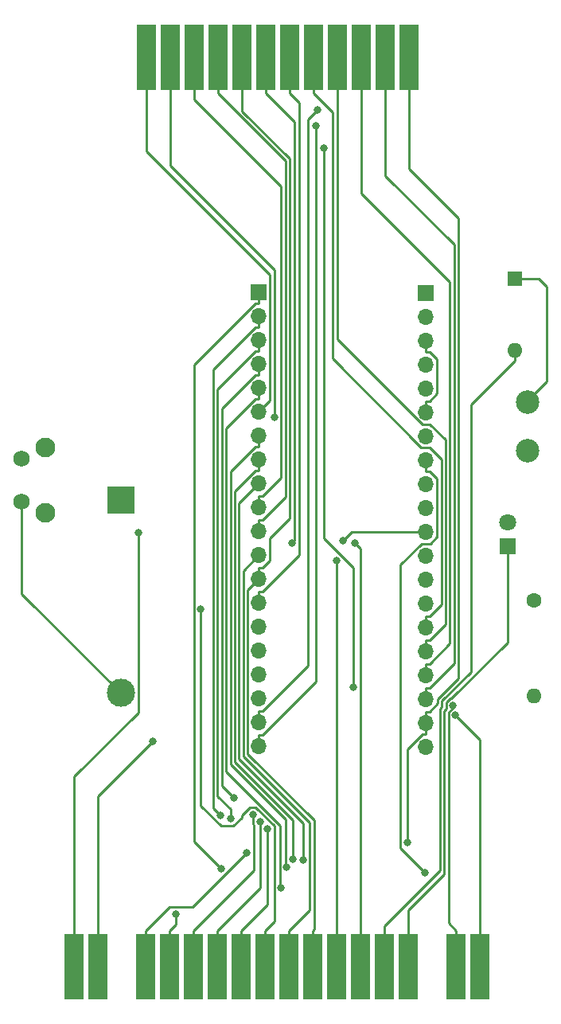
<source format=gbr>
%TF.GenerationSoftware,KiCad,Pcbnew,8.0.6*%
%TF.CreationDate,2024-11-26T16:01:51+01:00*%
%TF.ProjectId,PicoA10400,5069636f-4131-4303-9430-302e6b696361,rev?*%
%TF.SameCoordinates,Original*%
%TF.FileFunction,Copper,L1,Top*%
%TF.FilePolarity,Positive*%
%FSLAX46Y46*%
G04 Gerber Fmt 4.6, Leading zero omitted, Abs format (unit mm)*
G04 Created by KiCad (PCBNEW 8.0.6) date 2024-11-26 16:01:51*
%MOMM*%
%LPD*%
G01*
G04 APERTURE LIST*
%TA.AperFunction,ComponentPad*%
%ADD10C,2.500000*%
%TD*%
%TA.AperFunction,ComponentPad*%
%ADD11R,1.600000X1.600000*%
%TD*%
%TA.AperFunction,ComponentPad*%
%ADD12O,1.600000X1.600000*%
%TD*%
%TA.AperFunction,ComponentPad*%
%ADD13C,1.600000*%
%TD*%
%TA.AperFunction,ComponentPad*%
%ADD14R,3.000000X3.000000*%
%TD*%
%TA.AperFunction,ComponentPad*%
%ADD15C,3.000000*%
%TD*%
%TA.AperFunction,ComponentPad*%
%ADD16R,1.700000X1.700000*%
%TD*%
%TA.AperFunction,ComponentPad*%
%ADD17O,1.700000X1.700000*%
%TD*%
%TA.AperFunction,ConnectorPad*%
%ADD18R,2.000000X7.000000*%
%TD*%
%TA.AperFunction,ComponentPad*%
%ADD19C,2.100000*%
%TD*%
%TA.AperFunction,ComponentPad*%
%ADD20C,1.750000*%
%TD*%
%TA.AperFunction,ComponentPad*%
%ADD21R,1.800000X1.800000*%
%TD*%
%TA.AperFunction,ComponentPad*%
%ADD22C,1.800000*%
%TD*%
%TA.AperFunction,ViaPad*%
%ADD23C,0.800000*%
%TD*%
%TA.AperFunction,Conductor*%
%ADD24C,0.250000*%
%TD*%
G04 APERTURE END LIST*
D10*
%TO.P,TP2,1,1*%
%TO.N,Net-(D1-K)*%
X131630000Y-140685000D03*
%TD*%
%TO.P,TP1,1,1*%
%TO.N,Net-(C1-Pad1)*%
X131630000Y-145875000D03*
%TD*%
D11*
%TO.P,D1,1,K*%
%TO.N,Net-(D1-K)*%
X130290000Y-127535000D03*
D12*
%TO.P,D1,2,A*%
%TO.N,+5V*%
X130290000Y-135155000D03*
%TD*%
D13*
%TO.P,R1,1*%
%TO.N,Net-(D2-A)*%
X132340000Y-161725000D03*
D12*
%TO.P,R1,2*%
%TO.N,Net-(J2-Pin_5)*%
X132340000Y-171885000D03*
%TD*%
D14*
%TO.P,C1,1*%
%TO.N,Net-(C1-Pad1)*%
X88390000Y-151120000D03*
D15*
%TO.P,C1,2*%
%TO.N,GND*%
X88390000Y-171610000D03*
%TD*%
D16*
%TO.P,J2,1,Pin_1*%
%TO.N,unconnected-(J2-Pin_1-Pad1)*%
X120865000Y-129050000D03*
D17*
%TO.P,J2,2,Pin_2*%
%TO.N,Net-(D1-K)*%
X120865000Y-131590000D03*
%TO.P,J2,3,Pin_3*%
%TO.N,GND*%
X120865000Y-134130000D03*
%TO.P,J2,4,Pin_4*%
%TO.N,unconnected-(J2-Pin_4-Pad4)*%
X120865000Y-136670000D03*
%TO.P,J2,5,Pin_5*%
%TO.N,Net-(J2-Pin_5)*%
X120865000Y-139210000D03*
%TO.P,J2,6,Pin_6*%
%TO.N,GND*%
X120865000Y-141750000D03*
%TO.P,J2,7,Pin_7*%
%TO.N,RST*%
X120865000Y-144290000D03*
%TO.P,J2,8,Pin_8*%
%TO.N,ExtAudio*%
X120865000Y-146830000D03*
%TO.P,J2,9,Pin_9*%
%TO.N,IRQ*%
X120865000Y-149370000D03*
%TO.P,J2,10,Pin_10*%
%TO.N,Clk*%
X120865000Y-151910000D03*
%TO.P,J2,11,Pin_11*%
%TO.N,RW*%
X120865000Y-154450000D03*
%TO.P,J2,12,Pin_12*%
%TO.N,GND*%
X120865000Y-156990000D03*
%TO.P,J2,13,Pin_13*%
%TO.N,unconnected-(J2-Pin_13-Pad13)*%
X120865000Y-159530000D03*
%TO.P,J2,14,Pin_14*%
%TO.N,Halt*%
X120865000Y-162070000D03*
%TO.P,J2,15,Pin_15*%
%TO.N,/D7*%
X120865000Y-164610000D03*
%TO.P,J2,16,Pin_16*%
%TO.N,/D6*%
X120865000Y-167150000D03*
%TO.P,J2,17,Pin_17*%
%TO.N,/D5*%
X120865000Y-169690000D03*
%TO.P,J2,18,Pin_18*%
%TO.N,/D4*%
X120865000Y-172230000D03*
%TO.P,J2,19,Pin_19*%
%TO.N,/D3*%
X120865000Y-174770000D03*
%TO.P,J2,20,Pin_20*%
%TO.N,/D2*%
X120865000Y-177310000D03*
%TD*%
D16*
%TO.P,J1,1,Pin_1*%
%TO.N,/A0*%
X103065000Y-129015000D03*
D17*
%TO.P,J1,2,Pin_2*%
%TO.N,/A1*%
X103065000Y-131555000D03*
%TO.P,J1,3,Pin_3*%
%TO.N,/A2*%
X103065000Y-134095000D03*
%TO.P,J1,4,Pin_4*%
%TO.N,/A3*%
X103065000Y-136635000D03*
%TO.P,J1,5,Pin_5*%
%TO.N,/A4*%
X103065000Y-139175000D03*
%TO.P,J1,6,Pin_6*%
%TO.N,GND*%
X103065000Y-141715000D03*
%TO.P,J1,7,Pin_7*%
%TO.N,/A5*%
X103065000Y-144255000D03*
%TO.P,J1,8,Pin_8*%
%TO.N,/A6*%
X103065000Y-146795000D03*
%TO.P,J1,9,Pin_9*%
%TO.N,/A7*%
X103065000Y-149335000D03*
%TO.P,J1,10,Pin_10*%
%TO.N,/A8*%
X103065000Y-151875000D03*
%TO.P,J1,11,Pin_11*%
%TO.N,/A9*%
X103065000Y-154415000D03*
%TO.P,J1,12,Pin_12*%
%TO.N,/A10*%
X103065000Y-156955000D03*
%TO.P,J1,13,Pin_13*%
%TO.N,/A11*%
X103065000Y-159495000D03*
%TO.P,J1,14,Pin_14*%
%TO.N,/A12*%
X103065000Y-162035000D03*
%TO.P,J1,15,Pin_15*%
%TO.N,GND*%
X103065000Y-164575000D03*
%TO.P,J1,16,Pin_16*%
%TO.N,/A13*%
X103065000Y-167115000D03*
%TO.P,J1,17,Pin_17*%
%TO.N,/A14*%
X103065000Y-169655000D03*
%TO.P,J1,18,Pin_18*%
%TO.N,/A15*%
X103065000Y-172195000D03*
%TO.P,J1,19,Pin_19*%
%TO.N,/D0*%
X103065000Y-174735000D03*
%TO.P,J1,20,Pin_20*%
%TO.N,/D1*%
X103065000Y-177275000D03*
%TD*%
D18*
%TO.P,U1,1,D3*%
%TO.N,/D3*%
X119070000Y-104000000D03*
%TO.P,U1,2,D4*%
%TO.N,/D4*%
X116530000Y-104000000D03*
%TO.P,U1,3,D5*%
%TO.N,/D5*%
X113990000Y-104000000D03*
%TO.P,U1,4,D6*%
%TO.N,/D6*%
X111450000Y-104000000D03*
%TO.P,U1,5,D7*%
%TO.N,/D7*%
X108910000Y-104000000D03*
%TO.P,U1,6,A12*%
%TO.N,/A12*%
X106370000Y-104000000D03*
%TO.P,U1,7,A10*%
%TO.N,/A10*%
X103830000Y-104000000D03*
%TO.P,U1,8,A11*%
%TO.N,/A11*%
X101290000Y-104000000D03*
%TO.P,U1,9,A9*%
%TO.N,/A9*%
X98750000Y-104000000D03*
%TO.P,U1,10,A8*%
%TO.N,/A8*%
X96210000Y-104000000D03*
%TO.P,U1,11,+5V*%
%TO.N,+5V*%
X93670000Y-104000000D03*
%TO.P,U1,12,GND*%
%TO.N,GND*%
X91130000Y-104000000D03*
%TD*%
%TO.P,U2,1,RW*%
%TO.N,RW*%
X83410000Y-200700000D03*
%TO.P,U2,2,Halt*%
%TO.N,Halt*%
X85950000Y-200700000D03*
%TO.P,U2,3,D3*%
%TO.N,/D3*%
X91030000Y-200700000D03*
%TO.P,U2,4,D4*%
%TO.N,/D4*%
X93570000Y-200700000D03*
%TO.P,U2,5,D5*%
%TO.N,/D5*%
X96110000Y-200700000D03*
%TO.P,U2,6,D6*%
%TO.N,/D6*%
X98650000Y-200700000D03*
%TO.P,U2,7,D7*%
%TO.N,/D7*%
X101190000Y-200700000D03*
%TO.P,U2,8,A12*%
%TO.N,/A12*%
X103730000Y-200700000D03*
%TO.P,U2,9,A10*%
%TO.N,/A10*%
X106270000Y-200700000D03*
%TO.P,U2,10,A11*%
%TO.N,/A11*%
X108810000Y-200700000D03*
%TO.P,U2,11,A9*%
%TO.N,/A9*%
X111350000Y-200700000D03*
%TO.P,U2,12,A8*%
%TO.N,/A8*%
X113890000Y-200700000D03*
%TO.P,U2,13,+5V*%
%TO.N,+5V*%
X116430000Y-200700000D03*
%TO.P,U2,14,GND*%
%TO.N,GND*%
X118970000Y-200700000D03*
%TO.P,U2,15,A13*%
%TO.N,/A13*%
X124050000Y-200700000D03*
%TO.P,U2,16,A14*%
%TO.N,/A14*%
X126590000Y-200700000D03*
%TD*%
D19*
%TO.P,SW1,*%
%TO.N,*%
X80320000Y-152465000D03*
X80320000Y-145455000D03*
D20*
%TO.P,SW1,1,1*%
%TO.N,GND*%
X77830000Y-151215000D03*
%TO.P,SW1,2,2*%
%TO.N,RST*%
X77830000Y-146715000D03*
%TD*%
D21*
%TO.P,D2,1,K*%
%TO.N,GND*%
X129515000Y-156010000D03*
D22*
%TO.P,D2,2,A*%
%TO.N,Net-(D2-A)*%
X129515000Y-153470000D03*
%TD*%
D23*
%TO.N,+5V*%
X104733800Y-142252200D03*
%TO.N,/A9*%
X111350000Y-157524100D03*
%TO.N,/D3*%
X101811400Y-188624900D03*
X118896400Y-187512500D03*
%TO.N,/D4*%
X94256300Y-195104800D03*
%TO.N,/D5*%
X102415300Y-184497000D03*
%TO.N,/D6*%
X103196400Y-185278100D03*
%TO.N,/D7*%
X103985200Y-186061300D03*
%TO.N,/A12*%
X96886300Y-162641600D03*
%TO.N,/A10*%
X106611300Y-155643200D03*
%TO.N,/A8*%
X113251200Y-155627000D03*
%TO.N,/A14*%
X123976300Y-173966700D03*
%TO.N,/A7*%
X107769000Y-189350500D03*
%TO.N,/A6*%
X106683000Y-189292100D03*
%TO.N,/A5*%
X106044700Y-190102300D03*
%TO.N,/A4*%
X105458100Y-192321900D03*
%TO.N,/A3*%
X100458000Y-182757200D03*
%TO.N,/A2*%
X100059900Y-184971200D03*
%TO.N,/A1*%
X99011000Y-184638300D03*
%TO.N,/A0*%
X99043400Y-190307700D03*
%TO.N,/D0*%
X109340500Y-109568600D03*
%TO.N,/D1*%
X109182300Y-111299200D03*
%TO.N,/D2*%
X109980500Y-113636800D03*
X113145000Y-170999900D03*
%TO.N,/A13*%
X123740000Y-172927900D03*
%TO.N,ExtAudio*%
X120756600Y-190685400D03*
%TO.N,Halt*%
X91787700Y-176717100D03*
%TO.N,RW*%
X112004000Y-155407500D03*
X90258500Y-154517400D03*
%TD*%
D24*
%TO.N,Net-(D1-K)*%
X133730000Y-128415000D02*
X133730000Y-138465000D01*
X130290000Y-127535000D02*
X132850000Y-127535000D01*
X133730000Y-138465000D02*
X131580000Y-140615000D01*
X132850000Y-127535000D02*
X133730000Y-128415000D01*
%TO.N,GND*%
X120865000Y-140573300D02*
X121232700Y-140573300D01*
X123439100Y-172201200D02*
X123013300Y-172627000D01*
X118970000Y-194665000D02*
X118970000Y-200700000D01*
X120865000Y-134130000D02*
X120865000Y-135306700D01*
X122041700Y-139764300D02*
X122041700Y-136115600D01*
X123545700Y-172201200D02*
X123439100Y-172201200D01*
X120865000Y-141750000D02*
X120865000Y-140573300D01*
X123013300Y-173263200D02*
X122797100Y-173479400D01*
X77825000Y-161045000D02*
X77825000Y-151220000D01*
X104242300Y-140537700D02*
X103065000Y-141715000D01*
X104242300Y-127117100D02*
X104242300Y-140537700D01*
X129515000Y-166231900D02*
X123545700Y-172201200D01*
X88390000Y-171610000D02*
X77825000Y-161045000D01*
X122797100Y-173479400D02*
X122797100Y-190837900D01*
X123013300Y-172627000D02*
X123013300Y-173263200D01*
X121232800Y-135306700D02*
X120865000Y-135306700D01*
X91130000Y-114004800D02*
X104242300Y-127117100D01*
X121232700Y-140573300D02*
X122041700Y-139764300D01*
X129515000Y-156010000D02*
X129515000Y-166231900D01*
X91130000Y-104000000D02*
X91130000Y-114004800D01*
X122041700Y-136115600D02*
X121232800Y-135306700D01*
X122797100Y-190837900D02*
X118970000Y-194665000D01*
%TO.N,+5V*%
X122345400Y-190454900D02*
X122345400Y-173292300D01*
X93670000Y-104000000D02*
X93670000Y-115552100D01*
X122561600Y-173076100D02*
X122561600Y-172439900D01*
X104733800Y-126615900D02*
X104733800Y-142252200D01*
X125656800Y-140914900D02*
X130290000Y-136281700D01*
X122561600Y-172439900D02*
X125656800Y-169344700D01*
X93670000Y-115552100D02*
X104733800Y-126615900D01*
X125656800Y-169344700D02*
X125656800Y-140914900D01*
X122345400Y-173292300D02*
X122561600Y-173076100D01*
X116430000Y-196370300D02*
X122345400Y-190454900D01*
X130290000Y-135155000D02*
X130290000Y-136281700D01*
X116430000Y-200700000D02*
X116430000Y-196370300D01*
%TO.N,/A9*%
X111350000Y-196873300D02*
X111350000Y-157524100D01*
X103430900Y-153238300D02*
X103065000Y-153238300D01*
X111350000Y-200700000D02*
X111350000Y-196873300D01*
X103065000Y-154415000D02*
X103065000Y-153238300D01*
X105912300Y-114989000D02*
X105912300Y-150756900D01*
X98750000Y-107826700D02*
X105912300Y-114989000D01*
X105912300Y-150756900D02*
X103430900Y-153238300D01*
X98750000Y-104000000D02*
X98750000Y-107826700D01*
%TO.N,/D3*%
X124316700Y-121095000D02*
X124316700Y-170019900D01*
X122109900Y-172711800D02*
X121228400Y-173593300D01*
X101811400Y-188624900D02*
X96058200Y-194378100D01*
X120865000Y-174770000D02*
X120865000Y-173593300D01*
X118896400Y-177547600D02*
X118896400Y-187512500D01*
X96058200Y-194378100D02*
X93525200Y-194378100D01*
X120865000Y-174770000D02*
X120865000Y-175946700D01*
X121228400Y-173593300D02*
X120865000Y-173593300D01*
X91030000Y-200700000D02*
X91030000Y-196873300D01*
X119070000Y-107826700D02*
X119070000Y-115848300D01*
X122109900Y-172226700D02*
X122109900Y-172711800D01*
X119070000Y-104000000D02*
X119070000Y-107826700D01*
X120865000Y-175946700D02*
X120497300Y-175946700D01*
X119070000Y-115848300D02*
X124316700Y-121095000D01*
X120497300Y-175946700D02*
X118896400Y-177547600D01*
X124316700Y-170019900D02*
X122109900Y-172226700D01*
X93525200Y-194378100D02*
X91030000Y-196873300D01*
%TO.N,/D4*%
X93570000Y-200700000D02*
X93570000Y-196873300D01*
X116530000Y-116609700D02*
X116530000Y-104000000D01*
X120865000Y-171053300D02*
X121232700Y-171053300D01*
X94256300Y-196187000D02*
X94256300Y-195104800D01*
X123854500Y-168431500D02*
X123854500Y-123934200D01*
X120865000Y-172230000D02*
X120865000Y-171053300D01*
X121232700Y-171053300D02*
X123854500Y-168431500D01*
X93570000Y-196873300D02*
X94256300Y-196187000D01*
X123854500Y-123934200D02*
X116530000Y-116609700D01*
%TO.N,/D5*%
X120865000Y-168513300D02*
X121232700Y-168513300D01*
X96110000Y-200700000D02*
X96110000Y-196873300D01*
X102541300Y-190442000D02*
X96110000Y-196873300D01*
X102415300Y-185524600D02*
X102541300Y-185650600D01*
X102541300Y-185650600D02*
X102541300Y-190442000D01*
X113990000Y-118506600D02*
X113990000Y-104000000D01*
X121232700Y-168513300D02*
X123402800Y-166343200D01*
X102415300Y-184497000D02*
X102415300Y-185524600D01*
X123402800Y-127919400D02*
X113990000Y-118506600D01*
X123402800Y-166343200D02*
X123402800Y-127919400D01*
X120865000Y-169690000D02*
X120865000Y-168513300D01*
%TO.N,/D6*%
X98650000Y-200700000D02*
X98650000Y-196873300D01*
X111450100Y-107826700D02*
X111450000Y-107826700D01*
X121293800Y-143020000D02*
X120469100Y-143020000D01*
X111450100Y-134001000D02*
X111450100Y-107826700D01*
X103196400Y-185278100D02*
X103196400Y-192326900D01*
X122951100Y-164255000D02*
X122951100Y-144677300D01*
X120865000Y-165973300D02*
X121232800Y-165973300D01*
X122951100Y-144677300D02*
X121293800Y-143020000D01*
X121232800Y-165973300D02*
X122951100Y-164255000D01*
X120469100Y-143020000D02*
X111450100Y-134001000D01*
X120865000Y-167150000D02*
X120865000Y-165973300D01*
X103196400Y-192326900D02*
X98650000Y-196873300D01*
X111450000Y-104000000D02*
X111450000Y-107826700D01*
%TO.N,/D7*%
X103985200Y-194078100D02*
X103985200Y-186061300D01*
X121218200Y-145480300D02*
X120342800Y-145480300D01*
X122499400Y-146761500D02*
X121218200Y-145480300D01*
X110906700Y-109823400D02*
X108910000Y-107826700D01*
X120865000Y-164610000D02*
X120865000Y-163433300D01*
X122499400Y-162166600D02*
X122499400Y-146761500D01*
X101190000Y-196873300D02*
X103985200Y-194078100D01*
X121232700Y-163433300D02*
X122499400Y-162166600D01*
X120342800Y-145480300D02*
X110906700Y-136044200D01*
X101190000Y-200700000D02*
X101190000Y-196873300D01*
X120865000Y-163433300D02*
X121232700Y-163433300D01*
X110906700Y-136044200D02*
X110906700Y-109823400D01*
X108910000Y-104000000D02*
X108910000Y-107826700D01*
%TO.N,/A12*%
X96886300Y-162641600D02*
X96886300Y-183552700D01*
X99037600Y-185704000D02*
X100373700Y-185704000D01*
X103065000Y-162035000D02*
X103065000Y-160858300D01*
X103730000Y-200700000D02*
X103730000Y-196873300D01*
X103443800Y-160858300D02*
X107340700Y-156961400D01*
X102705200Y-183729200D02*
X104713500Y-185737500D01*
X102088500Y-183729200D02*
X102705200Y-183729200D01*
X101228700Y-184849000D02*
X101228700Y-184589000D01*
X101228700Y-184589000D02*
X102088500Y-183729200D01*
X107340700Y-156961400D02*
X107340700Y-108797400D01*
X107340700Y-108797400D02*
X106370000Y-107826700D01*
X106370000Y-104000000D02*
X106370000Y-107826700D01*
X104713500Y-185737500D02*
X104713500Y-195889800D01*
X96886300Y-183552700D02*
X99037600Y-185704000D01*
X103065000Y-160858300D02*
X103443800Y-160858300D01*
X104713500Y-195889800D02*
X103730000Y-196873300D01*
X100373700Y-185704000D02*
X101228700Y-184849000D01*
%TO.N,/A10*%
X108495700Y-185394200D02*
X101416700Y-178315200D01*
X101416700Y-178315200D02*
X101416700Y-158603300D01*
X106835700Y-110832400D02*
X103830000Y-107826700D01*
X103830000Y-104000000D02*
X103830000Y-107826700D01*
X106835700Y-155418800D02*
X106835700Y-110832400D01*
X101416700Y-158603300D02*
X103065000Y-156955000D01*
X108495700Y-194647600D02*
X108495700Y-185394200D01*
X106611300Y-155643200D02*
X106835700Y-155418800D01*
X106270000Y-196873300D02*
X108495700Y-194647600D01*
X106270000Y-200700000D02*
X106270000Y-196873300D01*
%TO.N,/A11*%
X101871100Y-178064100D02*
X101871100Y-160688900D01*
X108947400Y-196735900D02*
X108947400Y-185140400D01*
X108947400Y-185140400D02*
X101871100Y-178064100D01*
X103065000Y-159495000D02*
X103065000Y-158318300D01*
X101290000Y-109727100D02*
X101290000Y-104000000D01*
X103065000Y-158318300D02*
X103432800Y-158318300D01*
X101871100Y-160688900D02*
X103065000Y-159495000D01*
X106364000Y-114801100D02*
X101290000Y-109727100D01*
X108810000Y-196873300D02*
X108947400Y-196735900D01*
X103432800Y-158318300D02*
X104241700Y-157509400D01*
X104241700Y-155118200D02*
X106364000Y-152995900D01*
X104241700Y-157509400D02*
X104241700Y-155118200D01*
X106364000Y-152995900D02*
X106364000Y-114801100D01*
X108810000Y-200700000D02*
X108810000Y-196873300D01*
%TO.N,/A8*%
X96210000Y-108470600D02*
X105460600Y-117721200D01*
X113890000Y-200700000D02*
X113890000Y-196873300D01*
X103065000Y-151875000D02*
X103065000Y-150698300D01*
X113890000Y-196873300D02*
X113890000Y-156265800D01*
X103432700Y-150698300D02*
X103065000Y-150698300D01*
X96210000Y-104000000D02*
X96210000Y-108470600D01*
X113890000Y-156265800D02*
X113251200Y-155627000D01*
X105460600Y-148670400D02*
X103432700Y-150698300D01*
X105460600Y-117721200D02*
X105460600Y-148670400D01*
%TO.N,/A14*%
X126590000Y-200700000D02*
X126590000Y-176580400D01*
X126590000Y-176580400D02*
X123976300Y-173966700D01*
%TO.N,/A7*%
X107769000Y-189350500D02*
X107769000Y-185430300D01*
X100962900Y-178624200D02*
X100962900Y-151437100D01*
X107769000Y-185430300D02*
X100962900Y-178624200D01*
X100962900Y-151437100D02*
X103065000Y-149335000D01*
%TO.N,/A6*%
X106683000Y-185105600D02*
X100511200Y-178933800D01*
X100511200Y-178933800D02*
X100511200Y-150157800D01*
X103065000Y-146795000D02*
X103065000Y-147971700D01*
X100511200Y-150157800D02*
X102697300Y-147971700D01*
X102697300Y-147971700D02*
X103065000Y-147971700D01*
X106683000Y-189292100D02*
X106683000Y-185105600D01*
%TO.N,/A5*%
X103065000Y-144255000D02*
X103065000Y-145431700D01*
X100059500Y-179162300D02*
X100059500Y-148069500D01*
X100059500Y-148069500D02*
X102697300Y-145431700D01*
X102697300Y-145431700D02*
X103065000Y-145431700D01*
X106044700Y-190102300D02*
X105956300Y-190013900D01*
X105956300Y-185059100D02*
X100059500Y-179162300D01*
X105956300Y-190013900D02*
X105956300Y-185059100D01*
%TO.N,/A4*%
X105304800Y-185685200D02*
X99600000Y-179980400D01*
X105458100Y-192321900D02*
X105304800Y-192168600D01*
X102697300Y-140351700D02*
X103065000Y-140351700D01*
X99600000Y-143449000D02*
X102697300Y-140351700D01*
X103065000Y-139175000D02*
X103065000Y-140351700D01*
X105304800Y-192168600D02*
X105304800Y-185685200D01*
X99600000Y-179980400D02*
X99600000Y-143449000D01*
%TO.N,/A3*%
X99140900Y-181440100D02*
X99140900Y-141368100D01*
X102697300Y-137811700D02*
X103065000Y-137811700D01*
X100458000Y-182757200D02*
X99140900Y-181440100D01*
X99140900Y-141368100D02*
X102697300Y-137811700D01*
X103065000Y-136635000D02*
X103065000Y-137811700D01*
%TO.N,/A2*%
X103065000Y-134095000D02*
X103065000Y-135271700D01*
X98681700Y-139291300D02*
X98681700Y-182570400D01*
X100059900Y-183948600D02*
X100059900Y-184971200D01*
X98681700Y-182570400D02*
X100059900Y-183948600D01*
X103065000Y-135271700D02*
X102701300Y-135271700D01*
X102701300Y-135271700D02*
X98681700Y-139291300D01*
%TO.N,/A1*%
X98224800Y-137204200D02*
X102697300Y-132731700D01*
X99011000Y-184638300D02*
X98224800Y-183852100D01*
X103065000Y-131555000D02*
X103065000Y-132731700D01*
X102697300Y-132731700D02*
X103065000Y-132731700D01*
X98224800Y-183852100D02*
X98224800Y-137204200D01*
%TO.N,/A0*%
X96159600Y-187423900D02*
X99043400Y-190307700D01*
X103065000Y-129015000D02*
X103065000Y-130191700D01*
X102697300Y-130191700D02*
X96159600Y-136729400D01*
X96159600Y-136729400D02*
X96159600Y-187423900D01*
X103065000Y-130191700D02*
X102697300Y-130191700D01*
%TO.N,/D0*%
X103065000Y-173558300D02*
X103432700Y-173558300D01*
X108335100Y-110574000D02*
X109340500Y-109568600D01*
X103065000Y-174735000D02*
X103065000Y-173558300D01*
X103432700Y-173558300D02*
X108335100Y-168655900D01*
X108335100Y-168655900D02*
X108335100Y-110574000D01*
%TO.N,/D1*%
X103065000Y-176098300D02*
X103432700Y-176098300D01*
X103432700Y-176098300D02*
X109182300Y-170348700D01*
X103065000Y-177275000D02*
X103065000Y-176098300D01*
X109182300Y-170348700D02*
X109182300Y-111299200D01*
%TO.N,/D2*%
X109980500Y-113636800D02*
X109980500Y-155126600D01*
X109980500Y-155126600D02*
X113145000Y-158291100D01*
X113145000Y-158291100D02*
X113145000Y-170999900D01*
%TO.N,/A13*%
X123249600Y-196072900D02*
X124050000Y-196873300D01*
X124050000Y-200700000D02*
X124050000Y-196873300D01*
X123740000Y-173175400D02*
X123249600Y-173665800D01*
X123740000Y-172927900D02*
X123740000Y-173175400D01*
X123249600Y-173665800D02*
X123249600Y-196072900D01*
%TO.N,ExtAudio*%
X118156400Y-157975300D02*
X118156400Y-188085200D01*
X122044000Y-148818000D02*
X122044000Y-155015800D01*
X120865000Y-148006700D02*
X121232700Y-148006700D01*
X122044000Y-155015800D02*
X121339800Y-155720000D01*
X121232700Y-148006700D02*
X122044000Y-148818000D01*
X121339800Y-155720000D02*
X120411700Y-155720000D01*
X118156400Y-188085200D02*
X120756600Y-190685400D01*
X120865000Y-146830000D02*
X120865000Y-148006700D01*
X120411700Y-155720000D02*
X118156400Y-157975300D01*
%TO.N,Halt*%
X85950000Y-200700000D02*
X85950000Y-182554800D01*
X85950000Y-182554800D02*
X91787700Y-176717100D01*
%TO.N,RW*%
X112961500Y-154450000D02*
X120865000Y-154450000D01*
X112004000Y-155407500D02*
X112961500Y-154450000D01*
X90258500Y-173647100D02*
X90258500Y-154517400D01*
X83410000Y-200700000D02*
X83410000Y-180495600D01*
X83410000Y-180495600D02*
X90258500Y-173647100D01*
%TD*%
M02*

</source>
